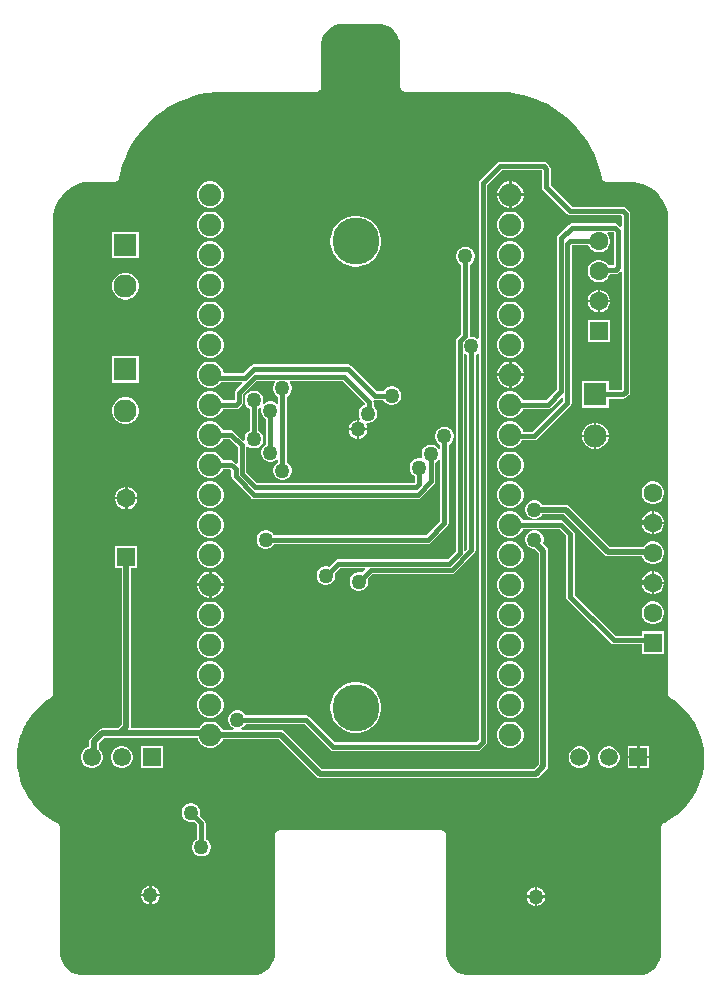
<source format=gbl>
G04*
G04 #@! TF.GenerationSoftware,Altium Limited,Altium Designer,22.0.2 (36)*
G04*
G04 Layer_Physical_Order=2*
G04 Layer_Color=16711680*
%FSLAX23Y23*%
%MOIN*%
G70*
G04*
G04 #@! TF.SameCoordinates,FFE58276-D16A-40DC-94CB-801E61EA4FAC*
G04*
G04*
G04 #@! TF.FilePolarity,Positive*
G04*
G01*
G75*
%ADD22R,0.061X0.061*%
%ADD38C,0.015*%
%ADD39C,0.020*%
%ADD40C,0.063*%
%ADD41R,0.063X0.063*%
%ADD42C,0.157*%
%ADD43C,0.075*%
%ADD44C,0.077*%
%ADD45R,0.077X0.077*%
%ADD46C,0.061*%
%ADD47C,0.059*%
%ADD48R,0.059X0.059*%
%ADD49C,0.050*%
G36*
X1582Y3575D02*
X1583Y3575D01*
X1584Y3575D01*
X1585Y3575D01*
X1586Y3575D01*
X1586Y3575D01*
X1586Y3575D01*
X1593Y3574D01*
X1606Y3572D01*
X1618Y3566D01*
X1629Y3559D01*
X1638Y3550D01*
X1646Y3540D01*
X1652Y3528D01*
X1656Y3516D01*
X1657Y3509D01*
X1657Y3508D01*
X1657Y3507D01*
X1657Y3506D01*
X1657Y3505D01*
X1657Y3504D01*
X1657Y3504D01*
X1657Y3504D01*
X1657Y3503D01*
X1657Y3502D01*
X1657Y3501D01*
X1657Y3500D01*
X1657Y3500D01*
Y3363D01*
X1659Y3358D01*
X1662Y3353D01*
X1667Y3349D01*
X1673Y3348D01*
X1979D01*
X1985Y3348D01*
X1988Y3348D01*
X1993Y3348D01*
X1999Y3348D01*
X2004Y3347D01*
X2007Y3347D01*
X2007Y3347D01*
X2007Y3347D01*
X2020Y3346D01*
X2046Y3342D01*
X2072Y3336D01*
X2097Y3328D01*
X2110Y3324D01*
X2123Y3318D01*
X2149Y3306D01*
X2173Y3291D01*
X2197Y3275D01*
X2219Y3257D01*
X2239Y3237D01*
X2258Y3215D01*
X2275Y3193D01*
X2283Y3181D01*
X2283Y3181D01*
X2283Y3181D01*
X2291Y3167D01*
X2306Y3138D01*
X2318Y3107D01*
X2328Y3076D01*
X2331Y3060D01*
X2331Y3059D01*
X2332Y3057D01*
X2332Y3056D01*
X2333Y3055D01*
X2334Y3054D01*
X2335Y3052D01*
X2336Y3052D01*
X2337Y3050D01*
X2339Y3050D01*
X2340Y3049D01*
X2341Y3049D01*
X2343Y3048D01*
X2344Y3048D01*
X2346Y3048D01*
X2423Y3048D01*
X2423Y3048D01*
X2423Y3048D01*
X2424Y3048D01*
X2426Y3048D01*
X2427Y3048D01*
X2429Y3048D01*
X2430Y3048D01*
X2437Y3047D01*
X2452Y3045D01*
X2466Y3041D01*
X2480Y3035D01*
X2493Y3028D01*
X2505Y3019D01*
X2516Y3009D01*
X2525Y2997D01*
X2534Y2985D01*
X2540Y2972D01*
X2546Y2958D01*
X2549Y2943D01*
X2550Y2936D01*
X2550Y2935D01*
X2550Y2932D01*
X2551Y2930D01*
X2551Y2928D01*
X2551Y2927D01*
X2551Y2926D01*
X2551Y2924D01*
X2551Y2923D01*
X2551Y2921D01*
X2551Y2920D01*
X2551Y1341D01*
X2551Y1339D01*
X2551Y1337D01*
X2552Y1336D01*
X2552Y1335D01*
X2553Y1333D01*
X2554Y1332D01*
X2555Y1331D01*
X2556Y1330D01*
X2557Y1329D01*
X2558Y1328D01*
X2569Y1321D01*
X2589Y1305D01*
X2608Y1287D01*
X2624Y1267D01*
X2631Y1257D01*
X2631Y1257D01*
X2631Y1257D01*
X2639Y1245D01*
X2651Y1221D01*
X2660Y1196D01*
X2667Y1170D01*
X2669Y1156D01*
X2669Y1154D01*
X2669Y1149D01*
X2670Y1145D01*
X2670Y1140D01*
X2670Y1138D01*
X2670Y1138D01*
X2670Y1138D01*
X2670Y1136D01*
X2671Y1133D01*
X2671Y1130D01*
X2671Y1127D01*
X2671Y1125D01*
X2671Y1125D01*
X2671Y1125D01*
X2671Y1124D01*
X2671Y1121D01*
X2671Y1119D01*
X2671Y1117D01*
X2670Y1115D01*
X2670Y1115D01*
X2670Y1115D01*
X2670Y1108D01*
X2669Y1093D01*
X2666Y1078D01*
X2663Y1063D01*
X2660Y1056D01*
X2658Y1047D01*
X2651Y1030D01*
X2643Y1014D01*
X2634Y998D01*
X2624Y983D01*
X2613Y969D01*
X2601Y956D01*
X2588Y944D01*
X2581Y938D01*
X2581Y938D01*
X2581Y938D01*
X2575Y934D01*
X2564Y926D01*
X2553Y919D01*
X2541Y912D01*
X2535Y909D01*
X2533Y908D01*
X2531Y907D01*
X2531Y906D01*
X2530Y906D01*
X2529Y904D01*
X2528Y902D01*
X2528Y901D01*
X2527Y901D01*
X2527Y898D01*
X2527Y896D01*
X2527Y478D01*
X2527Y478D01*
X2527Y478D01*
X2527Y477D01*
X2527Y476D01*
X2526Y476D01*
X2526Y475D01*
X2526Y474D01*
X2526Y468D01*
X2523Y455D01*
X2518Y443D01*
X2511Y432D01*
X2502Y422D01*
X2491Y414D01*
X2480Y408D01*
X2467Y404D01*
X2461Y403D01*
X2460Y403D01*
X2459Y403D01*
X2457Y403D01*
X2456Y403D01*
X2456Y403D01*
X2456Y403D01*
X2456Y403D01*
X2455Y403D01*
X2454Y403D01*
X2453Y403D01*
X2452Y403D01*
X2452Y403D01*
X2452Y403D01*
X2452Y403D01*
X1887D01*
X1887Y403D01*
X1887Y403D01*
X1886Y403D01*
X1885Y403D01*
X1884Y403D01*
X1883Y403D01*
X1883Y403D01*
X1876Y403D01*
X1863Y406D01*
X1851Y411D01*
X1840Y419D01*
X1831Y427D01*
X1823Y438D01*
X1817Y450D01*
X1813Y462D01*
X1812Y469D01*
X1812Y469D01*
X1812Y471D01*
X1812Y472D01*
X1812Y473D01*
X1812Y474D01*
X1812Y475D01*
X1812Y476D01*
X1812Y477D01*
X1812Y478D01*
X1812Y478D01*
X1812Y478D01*
Y870D01*
X1810Y876D01*
X1807Y881D01*
X1802Y885D01*
X1796Y886D01*
X1255D01*
X1249Y885D01*
X1244Y881D01*
X1241Y876D01*
X1240Y870D01*
X1240Y478D01*
X1240Y478D01*
X1240Y478D01*
X1240Y477D01*
X1240Y476D01*
X1240Y476D01*
X1240Y475D01*
X1240Y474D01*
X1239Y468D01*
X1236Y455D01*
X1231Y443D01*
X1224Y432D01*
X1215Y422D01*
X1205Y414D01*
X1193Y408D01*
X1181Y404D01*
X1174Y403D01*
X1173Y403D01*
X1172Y403D01*
X1171Y403D01*
X1169Y403D01*
X1169Y403D01*
X1169Y403D01*
X1169Y403D01*
X1168Y403D01*
X1167Y403D01*
X1166Y403D01*
X1165Y403D01*
X1165Y403D01*
X1165Y403D01*
X1165Y403D01*
X600D01*
X600Y403D01*
X600Y403D01*
X599Y403D01*
X598Y403D01*
X597Y403D01*
X596Y403D01*
X596Y403D01*
X589Y403D01*
X577Y406D01*
X565Y411D01*
X554Y419D01*
X544Y427D01*
X536Y438D01*
X530Y450D01*
X526Y462D01*
X525Y469D01*
X525Y469D01*
X525Y471D01*
X525Y472D01*
X525Y473D01*
X525Y474D01*
X525Y475D01*
X525Y476D01*
X525Y477D01*
X525Y478D01*
X525Y478D01*
X525Y478D01*
X525Y896D01*
X524Y898D01*
X524Y901D01*
X524Y901D01*
X524Y902D01*
X522Y904D01*
X521Y906D01*
X521Y906D01*
X520Y907D01*
X518Y908D01*
X516Y909D01*
X507Y914D01*
X489Y925D01*
X472Y937D01*
X456Y950D01*
X442Y965D01*
X429Y981D01*
X417Y998D01*
X407Y1016D01*
X398Y1035D01*
X391Y1055D01*
X386Y1075D01*
X382Y1096D01*
X381Y1106D01*
X381Y1108D01*
X381Y1113D01*
X381Y1118D01*
X381Y1123D01*
X381Y1125D01*
X381Y1125D01*
X381Y1125D01*
Y1126D01*
X381Y1127D01*
X381Y1128D01*
X381Y1129D01*
X381Y1130D01*
X381Y1130D01*
X381Y1130D01*
X381Y1132D01*
X381Y1135D01*
X381Y1139D01*
X381Y1143D01*
X381Y1144D01*
X381Y1144D01*
X381Y1144D01*
X382Y1152D01*
X384Y1168D01*
X388Y1184D01*
X392Y1199D01*
X395Y1207D01*
X397Y1212D01*
X401Y1221D01*
X405Y1230D01*
X410Y1239D01*
X412Y1243D01*
X419Y1256D01*
X437Y1280D01*
X458Y1301D01*
X481Y1320D01*
X493Y1328D01*
X494Y1329D01*
X496Y1330D01*
X497Y1331D01*
X497Y1332D01*
X498Y1333D01*
X499Y1335D01*
X499Y1336D01*
X500Y1337D01*
X500Y1339D01*
X500Y1341D01*
Y2920D01*
X500Y2920D01*
X500Y2920D01*
X500Y2921D01*
X500Y2922D01*
X500Y2924D01*
X500Y2926D01*
X500Y2927D01*
X501Y2934D01*
X503Y2949D01*
X508Y2963D01*
X513Y2977D01*
X521Y2990D01*
X530Y3002D01*
X540Y3013D01*
X551Y3022D01*
X563Y3031D01*
X577Y3037D01*
X591Y3043D01*
X605Y3046D01*
X613Y3047D01*
X614Y3047D01*
X616Y3047D01*
X618Y3048D01*
X620Y3048D01*
X621Y3048D01*
X621Y3048D01*
X621Y3048D01*
X622Y3048D01*
X624Y3048D01*
X626Y3048D01*
X627Y3048D01*
X628Y3048D01*
X706Y3048D01*
X707Y3048D01*
X709Y3048D01*
X710Y3049D01*
X711Y3049D01*
X713Y3050D01*
X714Y3050D01*
X715Y3052D01*
X716Y3052D01*
X717Y3054D01*
X718Y3055D01*
X719Y3056D01*
X720Y3057D01*
X720Y3059D01*
X721Y3060D01*
X723Y3071D01*
X728Y3091D01*
X735Y3111D01*
X743Y3131D01*
X747Y3141D01*
X752Y3151D01*
X762Y3170D01*
X774Y3189D01*
X787Y3207D01*
X801Y3224D01*
X816Y3240D01*
X832Y3256D01*
X848Y3270D01*
X857Y3276D01*
X857Y3276D01*
X857Y3276D01*
X866Y3283D01*
X885Y3296D01*
X905Y3307D01*
X925Y3317D01*
X946Y3325D01*
X967Y3333D01*
X989Y3339D01*
X1011Y3343D01*
X1022Y3345D01*
X1026Y3345D01*
X1033Y3346D01*
X1041Y3347D01*
X1048Y3347D01*
X1052Y3348D01*
X1052Y3348D01*
X1054Y3348D01*
X1059Y3348D01*
X1064Y3348D01*
X1070Y3348D01*
X1379D01*
X1385Y3349D01*
X1390Y3353D01*
X1393Y3358D01*
X1394Y3363D01*
Y3500D01*
X1394Y3500D01*
X1394Y3500D01*
X1394Y3500D01*
X1394Y3501D01*
X1394Y3502D01*
X1394Y3503D01*
X1394Y3504D01*
X1394Y3510D01*
X1397Y3523D01*
X1402Y3535D01*
X1410Y3546D01*
X1419Y3556D01*
X1429Y3564D01*
X1441Y3570D01*
X1453Y3574D01*
X1460Y3574D01*
X1460Y3574D01*
X1462Y3575D01*
X1463Y3575D01*
X1464Y3575D01*
X1465Y3575D01*
X1465D01*
X1466Y3575D01*
X1467Y3575D01*
X1467Y3575D01*
X1468Y3575D01*
X1469Y3575D01*
X1582Y3575D01*
X1582Y3575D01*
X1582Y3575D01*
D02*
G37*
%LPC*%
G36*
X2031Y3049D02*
X2029D01*
Y3009D01*
X2069D01*
Y3011D01*
X2066Y3022D01*
X2060Y3032D01*
X2052Y3040D01*
X2042Y3046D01*
X2031Y3049D01*
D02*
G37*
G36*
X2021D02*
X2019D01*
X2008Y3046D01*
X1998Y3040D01*
X1990Y3032D01*
X1984Y3022D01*
X1982Y3011D01*
Y3009D01*
X2021D01*
Y3049D01*
D02*
G37*
G36*
X2069Y3001D02*
X2029D01*
Y2961D01*
X2031D01*
X2042Y2964D01*
X2052Y2970D01*
X2060Y2978D01*
X2066Y2988D01*
X2069Y2999D01*
Y3001D01*
D02*
G37*
G36*
X2021D02*
X1982D01*
Y2999D01*
X1984Y2988D01*
X1990Y2978D01*
X1998Y2970D01*
X2008Y2964D01*
X2019Y2961D01*
X2021D01*
Y3001D01*
D02*
G37*
G36*
X1031Y3049D02*
X1019D01*
X1008Y3046D01*
X998Y3040D01*
X990Y3032D01*
X984Y3022D01*
X982Y3011D01*
Y2999D01*
X984Y2988D01*
X990Y2978D01*
X998Y2970D01*
X1008Y2964D01*
X1019Y2961D01*
X1031D01*
X1042Y2964D01*
X1052Y2970D01*
X1060Y2978D01*
X1066Y2988D01*
X1069Y2999D01*
Y3011D01*
X1066Y3022D01*
X1060Y3032D01*
X1052Y3040D01*
X1042Y3046D01*
X1031Y3049D01*
D02*
G37*
G36*
X1990Y3114D02*
X1985Y3113D01*
X1980Y3110D01*
X1980Y3110D01*
X1924Y3053D01*
X1921Y3049D01*
X1920Y3043D01*
Y2526D01*
X1915Y2524D01*
X1914Y2525D01*
X1907Y2529D01*
X1899Y2531D01*
X1893D01*
X1890Y2534D01*
X1889Y2536D01*
Y2772D01*
X1894Y2775D01*
X1900Y2781D01*
X1904Y2788D01*
X1906Y2796D01*
Y2804D01*
X1904Y2812D01*
X1900Y2819D01*
X1894Y2825D01*
X1887Y2829D01*
X1879Y2831D01*
X1871D01*
X1863Y2829D01*
X1856Y2825D01*
X1850Y2819D01*
X1846Y2812D01*
X1844Y2804D01*
Y2796D01*
X1846Y2788D01*
X1850Y2781D01*
X1856Y2775D01*
X1861Y2772D01*
Y2540D01*
X1847Y2526D01*
X1844Y2521D01*
X1843Y2516D01*
Y1816D01*
X1816Y1789D01*
X1450D01*
X1445Y1788D01*
X1440Y1785D01*
X1440Y1785D01*
X1420Y1764D01*
X1414Y1766D01*
X1406D01*
X1398Y1764D01*
X1391Y1760D01*
X1385Y1754D01*
X1381Y1747D01*
X1379Y1739D01*
Y1731D01*
X1381Y1723D01*
X1385Y1716D01*
X1391Y1710D01*
X1398Y1706D01*
X1406Y1704D01*
X1414D01*
X1422Y1706D01*
X1429Y1710D01*
X1435Y1716D01*
X1439Y1723D01*
X1441Y1731D01*
Y1739D01*
X1439Y1745D01*
X1456Y1761D01*
X1540D01*
X1542Y1757D01*
X1530Y1744D01*
X1524Y1746D01*
X1516D01*
X1508Y1744D01*
X1501Y1740D01*
X1495Y1734D01*
X1491Y1727D01*
X1489Y1719D01*
Y1711D01*
X1491Y1703D01*
X1495Y1696D01*
X1501Y1690D01*
X1508Y1686D01*
X1516Y1684D01*
X1524D01*
X1532Y1686D01*
X1539Y1690D01*
X1545Y1696D01*
X1549Y1703D01*
X1551Y1711D01*
Y1719D01*
X1549Y1725D01*
X1565Y1740D01*
X1830D01*
X1835Y1741D01*
X1840Y1744D01*
X1905Y1809D01*
X1908Y1814D01*
X1909Y1819D01*
Y2472D01*
X1914Y2475D01*
X1915Y2476D01*
X1920Y2474D01*
Y1188D01*
X1911Y1179D01*
X1441D01*
X1355Y1265D01*
X1350Y1268D01*
X1345Y1269D01*
X1143D01*
X1140Y1274D01*
X1134Y1280D01*
X1127Y1284D01*
X1119Y1286D01*
X1111D01*
X1103Y1284D01*
X1096Y1280D01*
X1090Y1274D01*
X1086Y1267D01*
X1084Y1259D01*
Y1251D01*
X1086Y1243D01*
X1090Y1236D01*
X1096Y1230D01*
X1103Y1226D01*
X1103Y1226D01*
X1100Y1221D01*
X1066D01*
X1066Y1222D01*
X1060Y1232D01*
X1052Y1240D01*
X1042Y1246D01*
X1031Y1248D01*
X1019D01*
X1008Y1246D01*
X998Y1240D01*
X990Y1232D01*
X987Y1226D01*
X764D01*
X761Y1230D01*
Y1759D01*
X782D01*
Y1834D01*
X708D01*
Y1759D01*
X729D01*
Y1237D01*
X718Y1226D01*
X665D01*
X659Y1225D01*
X653Y1222D01*
X626Y1195D01*
X623Y1189D01*
X622Y1183D01*
Y1166D01*
X616Y1164D01*
X608Y1159D01*
X601Y1152D01*
X596Y1144D01*
X593Y1135D01*
Y1125D01*
X596Y1116D01*
X601Y1108D01*
X608Y1101D01*
X616Y1096D01*
X625Y1093D01*
X635D01*
X644Y1096D01*
X652Y1101D01*
X659Y1108D01*
X664Y1116D01*
X667Y1125D01*
Y1135D01*
X664Y1144D01*
X659Y1152D01*
X654Y1157D01*
Y1176D01*
X672Y1194D01*
X983D01*
X984Y1188D01*
X990Y1178D01*
X998Y1170D01*
X1008Y1164D01*
X1019Y1161D01*
X1031D01*
X1042Y1164D01*
X1052Y1170D01*
X1060Y1178D01*
X1066Y1188D01*
X1066Y1189D01*
X1253D01*
X1378Y1063D01*
X1384Y1060D01*
X1390Y1059D01*
X2110D01*
X2116Y1060D01*
X2122Y1063D01*
X2147Y1088D01*
X2150Y1094D01*
X2151Y1100D01*
Y1818D01*
X2150Y1824D01*
X2147Y1829D01*
X2134Y1842D01*
X2134Y1843D01*
X2136Y1851D01*
Y1859D01*
X2134Y1867D01*
X2130Y1874D01*
X2124Y1880D01*
X2117Y1884D01*
X2109Y1886D01*
X2101D01*
X2093Y1884D01*
X2086Y1880D01*
X2080Y1874D01*
X2076Y1867D01*
X2074Y1859D01*
Y1851D01*
X2076Y1843D01*
X2080Y1836D01*
X2086Y1830D01*
X2093Y1826D01*
X2101Y1824D01*
X2106D01*
X2119Y1811D01*
Y1107D01*
X2103Y1091D01*
X1397D01*
X1272Y1217D01*
X1266Y1220D01*
X1260Y1221D01*
X1130D01*
X1127Y1226D01*
X1127Y1226D01*
X1134Y1230D01*
X1140Y1236D01*
X1143Y1241D01*
X1339D01*
X1425Y1155D01*
X1430Y1152D01*
X1435Y1151D01*
X1916D01*
X1921Y1152D01*
X1926Y1155D01*
X1943Y1173D01*
X1946Y1177D01*
X1947Y1182D01*
Y3038D01*
X1996Y3086D01*
X2131D01*
X2131Y3086D01*
Y3030D01*
X2132Y3025D01*
X2135Y3020D01*
X2215Y2940D01*
X2220Y2937D01*
X2225Y2936D01*
X2225Y2936D01*
X2394D01*
X2396Y2934D01*
Y2900D01*
X2391Y2898D01*
X2385Y2905D01*
X2380Y2908D01*
X2375Y2909D01*
X2230D01*
X2230Y2909D01*
X2225Y2908D01*
X2220Y2905D01*
X2220Y2905D01*
X2185Y2870D01*
X2182Y2865D01*
X2181Y2860D01*
Y2855D01*
X2180Y2850D01*
Y2355D01*
X2144Y2319D01*
X2066D01*
X2066Y2322D01*
X2060Y2332D01*
X2052Y2340D01*
X2042Y2346D01*
X2031Y2349D01*
X2019D01*
X2008Y2346D01*
X1998Y2340D01*
X1990Y2332D01*
X1984Y2322D01*
X1982Y2311D01*
Y2299D01*
X1984Y2288D01*
X1990Y2278D01*
X1998Y2270D01*
X2008Y2264D01*
X2019Y2261D01*
X2031D01*
X2042Y2264D01*
X2052Y2270D01*
X2060Y2278D01*
X2066Y2288D01*
X2066Y2291D01*
X2150D01*
X2155Y2292D01*
X2160Y2295D01*
X2197Y2332D01*
X2201Y2330D01*
Y2316D01*
X2099Y2214D01*
X2068D01*
X2066Y2222D01*
X2060Y2232D01*
X2052Y2240D01*
X2042Y2246D01*
X2031Y2249D01*
X2019D01*
X2008Y2246D01*
X1998Y2240D01*
X1990Y2232D01*
X1984Y2222D01*
X1982Y2211D01*
Y2199D01*
X1984Y2188D01*
X1990Y2178D01*
X1998Y2170D01*
X2008Y2164D01*
X2019Y2161D01*
X2031D01*
X2042Y2164D01*
X2052Y2170D01*
X2060Y2178D01*
X2064Y2186D01*
X2105D01*
X2110Y2187D01*
X2115Y2190D01*
X2225Y2300D01*
X2228Y2305D01*
X2229Y2310D01*
Y2836D01*
X2229Y2836D01*
X2285D01*
X2285Y2836D01*
X2290Y2827D01*
X2297Y2820D01*
X2306Y2815D01*
X2315Y2813D01*
X2325D01*
X2334Y2815D01*
X2343Y2820D01*
X2350Y2827D01*
X2355Y2836D01*
X2357Y2845D01*
Y2855D01*
X2355Y2864D01*
X2350Y2873D01*
X2347Y2876D01*
X2349Y2881D01*
X2369D01*
X2371Y2879D01*
Y2769D01*
X2371Y2769D01*
X2352D01*
X2350Y2773D01*
X2343Y2780D01*
X2334Y2785D01*
X2325Y2787D01*
X2315D01*
X2306Y2785D01*
X2297Y2780D01*
X2290Y2773D01*
X2285Y2764D01*
X2283Y2755D01*
Y2745D01*
X2285Y2736D01*
X2290Y2727D01*
X2297Y2720D01*
X2306Y2715D01*
X2315Y2713D01*
X2325D01*
X2334Y2715D01*
X2343Y2720D01*
X2350Y2727D01*
X2355Y2736D01*
X2356Y2741D01*
X2376D01*
X2381Y2742D01*
X2386Y2745D01*
X2391Y2751D01*
X2396Y2748D01*
Y2353D01*
X2396Y2353D01*
X2353D01*
Y2383D01*
X2264D01*
Y2295D01*
X2353D01*
Y2325D01*
X2401D01*
X2406Y2326D01*
X2411Y2329D01*
X2420Y2338D01*
X2423Y2342D01*
X2424Y2348D01*
Y2940D01*
X2423Y2945D01*
X2420Y2950D01*
X2420Y2950D01*
X2410Y2960D01*
X2405Y2963D01*
X2400Y2964D01*
X2231D01*
X2159Y3036D01*
Y3091D01*
X2158Y3096D01*
X2155Y3101D01*
X2146Y3110D01*
X2141Y3113D01*
X2136Y3114D01*
X1990D01*
X1990Y3114D01*
D02*
G37*
G36*
X2031Y2948D02*
X2019D01*
X2008Y2946D01*
X1998Y2940D01*
X1990Y2932D01*
X1984Y2922D01*
X1982Y2911D01*
Y2899D01*
X1984Y2888D01*
X1990Y2878D01*
X1998Y2870D01*
X2008Y2864D01*
X2019Y2862D01*
X2031D01*
X2042Y2864D01*
X2052Y2870D01*
X2060Y2878D01*
X2066Y2888D01*
X2069Y2899D01*
Y2911D01*
X2066Y2922D01*
X2060Y2932D01*
X2052Y2940D01*
X2042Y2946D01*
X2031Y2948D01*
D02*
G37*
G36*
X1031D02*
X1019D01*
X1008Y2946D01*
X998Y2940D01*
X990Y2932D01*
X984Y2922D01*
X982Y2911D01*
Y2899D01*
X984Y2888D01*
X990Y2878D01*
X998Y2870D01*
X1008Y2864D01*
X1019Y2862D01*
X1031D01*
X1042Y2864D01*
X1052Y2870D01*
X1060Y2878D01*
X1066Y2888D01*
X1069Y2899D01*
Y2911D01*
X1066Y2922D01*
X1060Y2932D01*
X1052Y2940D01*
X1042Y2946D01*
X1031Y2948D01*
D02*
G37*
G36*
X787Y2882D02*
X698D01*
Y2793D01*
X787D01*
Y2882D01*
D02*
G37*
G36*
X1518Y2935D02*
X1502D01*
X1485Y2931D01*
X1470Y2925D01*
X1456Y2916D01*
X1444Y2904D01*
X1435Y2890D01*
X1429Y2875D01*
X1425Y2858D01*
Y2842D01*
X1429Y2825D01*
X1435Y2810D01*
X1444Y2796D01*
X1456Y2784D01*
X1470Y2775D01*
X1485Y2769D01*
X1502Y2765D01*
X1518D01*
X1535Y2769D01*
X1550Y2775D01*
X1564Y2784D01*
X1576Y2796D01*
X1585Y2810D01*
X1591Y2825D01*
X1595Y2842D01*
Y2858D01*
X1591Y2875D01*
X1585Y2890D01*
X1576Y2904D01*
X1564Y2916D01*
X1550Y2925D01*
X1535Y2931D01*
X1518Y2935D01*
D02*
G37*
G36*
X2031Y2849D02*
X2019D01*
X2008Y2846D01*
X1998Y2840D01*
X1990Y2832D01*
X1984Y2822D01*
X1982Y2811D01*
Y2799D01*
X1984Y2788D01*
X1990Y2778D01*
X1998Y2770D01*
X2008Y2764D01*
X2019Y2761D01*
X2031D01*
X2042Y2764D01*
X2052Y2770D01*
X2060Y2778D01*
X2066Y2788D01*
X2069Y2799D01*
Y2811D01*
X2066Y2822D01*
X2060Y2832D01*
X2052Y2840D01*
X2042Y2846D01*
X2031Y2849D01*
D02*
G37*
G36*
X1031D02*
X1019D01*
X1008Y2846D01*
X998Y2840D01*
X990Y2832D01*
X984Y2822D01*
X982Y2811D01*
Y2799D01*
X984Y2788D01*
X990Y2778D01*
X998Y2770D01*
X1008Y2764D01*
X1019Y2761D01*
X1031D01*
X1042Y2764D01*
X1052Y2770D01*
X1060Y2778D01*
X1066Y2788D01*
X1069Y2799D01*
Y2811D01*
X1066Y2822D01*
X1060Y2832D01*
X1052Y2840D01*
X1042Y2846D01*
X1031Y2849D01*
D02*
G37*
G36*
X2031Y2749D02*
X2019D01*
X2008Y2746D01*
X1998Y2740D01*
X1990Y2732D01*
X1984Y2722D01*
X1982Y2711D01*
Y2699D01*
X1984Y2688D01*
X1990Y2678D01*
X1998Y2670D01*
X2008Y2664D01*
X2019Y2661D01*
X2031D01*
X2042Y2664D01*
X2052Y2670D01*
X2060Y2678D01*
X2066Y2688D01*
X2069Y2699D01*
Y2711D01*
X2066Y2722D01*
X2060Y2732D01*
X2052Y2740D01*
X2042Y2746D01*
X2031Y2749D01*
D02*
G37*
G36*
X1031D02*
X1019D01*
X1008Y2746D01*
X998Y2740D01*
X990Y2732D01*
X984Y2722D01*
X982Y2711D01*
Y2699D01*
X984Y2688D01*
X990Y2678D01*
X998Y2670D01*
X1008Y2664D01*
X1019Y2661D01*
X1031D01*
X1042Y2664D01*
X1052Y2670D01*
X1060Y2678D01*
X1066Y2688D01*
X1069Y2699D01*
Y2711D01*
X1066Y2722D01*
X1060Y2732D01*
X1052Y2740D01*
X1042Y2746D01*
X1031Y2749D01*
D02*
G37*
G36*
X748Y2744D02*
X737D01*
X725Y2741D01*
X715Y2735D01*
X707Y2727D01*
X701Y2717D01*
X698Y2706D01*
Y2694D01*
X701Y2683D01*
X707Y2673D01*
X715Y2664D01*
X725Y2659D01*
X737Y2655D01*
X748D01*
X760Y2659D01*
X770Y2664D01*
X778Y2673D01*
X784Y2683D01*
X787Y2694D01*
Y2706D01*
X784Y2717D01*
X778Y2727D01*
X770Y2735D01*
X760Y2741D01*
X748Y2744D01*
D02*
G37*
G36*
X2325Y2687D02*
X2324D01*
Y2654D01*
X2357D01*
Y2655D01*
X2355Y2664D01*
X2350Y2673D01*
X2343Y2680D01*
X2334Y2685D01*
X2325Y2687D01*
D02*
G37*
G36*
X2316D02*
X2315D01*
X2306Y2685D01*
X2297Y2680D01*
X2290Y2673D01*
X2285Y2664D01*
X2283Y2655D01*
Y2654D01*
X2316D01*
Y2687D01*
D02*
G37*
G36*
X2357Y2646D02*
X2324D01*
Y2613D01*
X2325D01*
X2334Y2615D01*
X2343Y2620D01*
X2350Y2627D01*
X2355Y2636D01*
X2357Y2645D01*
Y2646D01*
D02*
G37*
G36*
X2316D02*
X2283D01*
Y2645D01*
X2285Y2636D01*
X2290Y2627D01*
X2297Y2620D01*
X2306Y2615D01*
X2315Y2613D01*
X2316D01*
Y2646D01*
D02*
G37*
G36*
X2031Y2648D02*
X2019D01*
X2008Y2646D01*
X1998Y2640D01*
X1990Y2632D01*
X1984Y2622D01*
X1982Y2611D01*
Y2599D01*
X1984Y2588D01*
X1990Y2578D01*
X1998Y2570D01*
X2008Y2564D01*
X2019Y2562D01*
X2031D01*
X2042Y2564D01*
X2052Y2570D01*
X2060Y2578D01*
X2066Y2588D01*
X2069Y2599D01*
Y2611D01*
X2066Y2622D01*
X2060Y2632D01*
X2052Y2640D01*
X2042Y2646D01*
X2031Y2648D01*
D02*
G37*
G36*
X1031D02*
X1019D01*
X1008Y2646D01*
X998Y2640D01*
X990Y2632D01*
X984Y2622D01*
X982Y2611D01*
Y2599D01*
X984Y2588D01*
X990Y2578D01*
X998Y2570D01*
X1008Y2564D01*
X1019Y2562D01*
X1031D01*
X1042Y2564D01*
X1052Y2570D01*
X1060Y2578D01*
X1066Y2588D01*
X1069Y2599D01*
Y2611D01*
X1066Y2622D01*
X1060Y2632D01*
X1052Y2640D01*
X1042Y2646D01*
X1031Y2648D01*
D02*
G37*
G36*
X2357Y2587D02*
X2283D01*
Y2513D01*
X2357D01*
Y2587D01*
D02*
G37*
G36*
X2031Y2549D02*
X2019D01*
X2008Y2546D01*
X1998Y2540D01*
X1990Y2532D01*
X1984Y2522D01*
X1982Y2511D01*
Y2499D01*
X1984Y2488D01*
X1990Y2478D01*
X1998Y2470D01*
X2008Y2464D01*
X2019Y2461D01*
X2031D01*
X2042Y2464D01*
X2052Y2470D01*
X2060Y2478D01*
X2066Y2488D01*
X2069Y2499D01*
Y2511D01*
X2066Y2522D01*
X2060Y2532D01*
X2052Y2540D01*
X2042Y2546D01*
X2031Y2549D01*
D02*
G37*
G36*
X1031D02*
X1019D01*
X1008Y2546D01*
X998Y2540D01*
X990Y2532D01*
X984Y2522D01*
X982Y2511D01*
Y2499D01*
X984Y2488D01*
X990Y2478D01*
X998Y2470D01*
X1008Y2464D01*
X1019Y2461D01*
X1031D01*
X1042Y2464D01*
X1052Y2470D01*
X1060Y2478D01*
X1066Y2488D01*
X1069Y2499D01*
Y2511D01*
X1066Y2522D01*
X1060Y2532D01*
X1052Y2540D01*
X1042Y2546D01*
X1031Y2549D01*
D02*
G37*
G36*
X2031Y2448D02*
X2029D01*
Y2409D01*
X2069D01*
Y2411D01*
X2066Y2422D01*
X2060Y2432D01*
X2052Y2440D01*
X2042Y2446D01*
X2031Y2448D01*
D02*
G37*
G36*
X2021D02*
X2019D01*
X2008Y2446D01*
X1998Y2440D01*
X1990Y2432D01*
X1984Y2422D01*
X1982Y2411D01*
Y2409D01*
X2021D01*
Y2448D01*
D02*
G37*
G36*
X787Y2467D02*
X698D01*
Y2378D01*
X787D01*
Y2467D01*
D02*
G37*
G36*
X2069Y2401D02*
X2029D01*
Y2362D01*
X2031D01*
X2042Y2364D01*
X2052Y2370D01*
X2060Y2378D01*
X2066Y2388D01*
X2069Y2399D01*
Y2401D01*
D02*
G37*
G36*
X2021D02*
X1982D01*
Y2399D01*
X1984Y2388D01*
X1990Y2378D01*
X1998Y2370D01*
X2008Y2364D01*
X2019Y2362D01*
X2021D01*
Y2401D01*
D02*
G37*
G36*
X1031Y2448D02*
X1019D01*
X1008Y2446D01*
X998Y2440D01*
X990Y2432D01*
X984Y2422D01*
X982Y2411D01*
Y2399D01*
X984Y2388D01*
X990Y2378D01*
X998Y2370D01*
X1008Y2364D01*
X1019Y2362D01*
X1031D01*
X1042Y2364D01*
X1052Y2370D01*
X1060Y2378D01*
X1062Y2381D01*
X1130D01*
X1132Y2377D01*
X1110Y2355D01*
X1107Y2350D01*
X1106Y2345D01*
Y2319D01*
X1106Y2319D01*
X1066D01*
X1066Y2322D01*
X1060Y2332D01*
X1052Y2340D01*
X1042Y2346D01*
X1031Y2349D01*
X1019D01*
X1008Y2346D01*
X998Y2340D01*
X990Y2332D01*
X984Y2322D01*
X982Y2311D01*
Y2299D01*
X984Y2288D01*
X990Y2278D01*
X998Y2270D01*
X1008Y2264D01*
X1019Y2261D01*
X1031D01*
X1042Y2264D01*
X1052Y2270D01*
X1060Y2278D01*
X1066Y2288D01*
X1066Y2291D01*
X1111D01*
X1116Y2292D01*
X1121Y2295D01*
X1130Y2304D01*
X1133Y2309D01*
X1134Y2314D01*
Y2339D01*
X1179Y2385D01*
X1239D01*
X1241Y2380D01*
X1240Y2379D01*
X1236Y2372D01*
X1234Y2364D01*
Y2356D01*
X1236Y2348D01*
X1240Y2341D01*
X1246Y2335D01*
X1251Y2332D01*
Y2310D01*
X1246Y2308D01*
X1244Y2310D01*
X1237Y2314D01*
X1229Y2316D01*
X1221D01*
X1213Y2314D01*
X1206Y2310D01*
X1204Y2308D01*
X1200Y2310D01*
X1201Y2316D01*
Y2324D01*
X1199Y2332D01*
X1195Y2339D01*
X1189Y2345D01*
X1182Y2349D01*
X1174Y2351D01*
X1166D01*
X1158Y2349D01*
X1151Y2345D01*
X1145Y2339D01*
X1141Y2332D01*
X1139Y2324D01*
Y2316D01*
X1141Y2308D01*
X1145Y2301D01*
X1151Y2295D01*
X1156Y2292D01*
Y2218D01*
X1151Y2215D01*
X1145Y2209D01*
X1141Y2202D01*
X1139Y2194D01*
Y2188D01*
X1135Y2185D01*
X1134Y2185D01*
X1105Y2215D01*
X1100Y2218D01*
X1095Y2219D01*
X1066D01*
X1066Y2222D01*
X1060Y2232D01*
X1052Y2240D01*
X1042Y2246D01*
X1031Y2249D01*
X1019D01*
X1008Y2246D01*
X998Y2240D01*
X990Y2232D01*
X984Y2222D01*
X982Y2211D01*
Y2199D01*
X984Y2188D01*
X990Y2178D01*
X998Y2170D01*
X1008Y2164D01*
X1019Y2161D01*
X1031D01*
X1042Y2164D01*
X1052Y2170D01*
X1060Y2178D01*
X1066Y2188D01*
X1066Y2191D01*
X1089D01*
X1116Y2164D01*
Y2110D01*
X1112Y2108D01*
X1105Y2115D01*
X1100Y2118D01*
X1095Y2119D01*
X1066D01*
X1066Y2122D01*
X1060Y2132D01*
X1052Y2140D01*
X1042Y2146D01*
X1031Y2148D01*
X1019D01*
X1008Y2146D01*
X998Y2140D01*
X990Y2132D01*
X984Y2122D01*
X982Y2111D01*
Y2099D01*
X984Y2088D01*
X990Y2078D01*
X998Y2070D01*
X1008Y2064D01*
X1019Y2062D01*
X1031D01*
X1042Y2064D01*
X1052Y2070D01*
X1060Y2078D01*
X1066Y2088D01*
X1066Y2091D01*
X1089D01*
X1095Y2085D01*
Y2066D01*
X1096Y2061D01*
X1099Y2057D01*
X1161Y1995D01*
X1161Y1995D01*
X1165Y1992D01*
X1170Y1991D01*
X1170Y1991D01*
X1716D01*
X1721Y1992D01*
X1726Y1995D01*
X1770Y2039D01*
X1773Y2044D01*
X1774Y2049D01*
Y2112D01*
X1779Y2115D01*
X1785Y2121D01*
X1786Y2123D01*
X1791Y2122D01*
Y1916D01*
X1744Y1869D01*
X1238D01*
X1235Y1874D01*
X1229Y1880D01*
X1222Y1884D01*
X1214Y1886D01*
X1206D01*
X1198Y1884D01*
X1191Y1880D01*
X1185Y1874D01*
X1181Y1867D01*
X1179Y1859D01*
Y1851D01*
X1181Y1843D01*
X1185Y1836D01*
X1191Y1830D01*
X1198Y1826D01*
X1206Y1824D01*
X1214D01*
X1222Y1826D01*
X1229Y1830D01*
X1235Y1836D01*
X1238Y1841D01*
X1750D01*
X1755Y1842D01*
X1760Y1845D01*
X1815Y1900D01*
X1815Y1900D01*
X1818Y1905D01*
X1819Y1910D01*
Y2172D01*
X1824Y2175D01*
X1830Y2181D01*
X1834Y2188D01*
X1836Y2196D01*
Y2204D01*
X1834Y2212D01*
X1830Y2219D01*
X1824Y2225D01*
X1817Y2229D01*
X1809Y2231D01*
X1801D01*
X1793Y2229D01*
X1786Y2225D01*
X1780Y2219D01*
X1776Y2212D01*
X1774Y2204D01*
Y2196D01*
X1776Y2188D01*
X1780Y2181D01*
X1786Y2175D01*
X1791Y2172D01*
Y2158D01*
X1786Y2157D01*
X1785Y2159D01*
X1779Y2165D01*
X1772Y2169D01*
X1764Y2171D01*
X1756D01*
X1748Y2169D01*
X1741Y2165D01*
X1735Y2159D01*
X1731Y2152D01*
X1729Y2144D01*
Y2136D01*
X1731Y2129D01*
X1728Y2126D01*
X1727Y2125D01*
X1724Y2126D01*
X1716D01*
X1708Y2124D01*
X1701Y2120D01*
X1695Y2114D01*
X1691Y2107D01*
X1689Y2099D01*
Y2091D01*
X1691Y2083D01*
X1695Y2076D01*
X1701Y2070D01*
X1706Y2067D01*
Y2044D01*
X1706Y2044D01*
X1181D01*
X1144Y2081D01*
Y2165D01*
X1149Y2167D01*
X1151Y2165D01*
X1158Y2161D01*
X1166Y2159D01*
X1174D01*
X1182Y2161D01*
X1189Y2165D01*
X1195Y2171D01*
X1199Y2178D01*
X1201Y2186D01*
Y2194D01*
X1199Y2202D01*
X1195Y2209D01*
X1189Y2215D01*
X1184Y2218D01*
Y2292D01*
X1189Y2295D01*
X1191Y2297D01*
X1195Y2295D01*
X1194Y2289D01*
Y2281D01*
X1196Y2273D01*
X1200Y2266D01*
X1206Y2260D01*
X1211Y2257D01*
Y2173D01*
X1206Y2170D01*
X1200Y2164D01*
X1196Y2157D01*
X1194Y2149D01*
Y2141D01*
X1196Y2133D01*
X1200Y2126D01*
X1206Y2120D01*
X1213Y2116D01*
X1221Y2114D01*
X1229D01*
X1237Y2116D01*
X1244Y2120D01*
X1246Y2122D01*
X1251Y2120D01*
Y2113D01*
X1246Y2110D01*
X1240Y2104D01*
X1236Y2097D01*
X1234Y2089D01*
Y2081D01*
X1236Y2073D01*
X1240Y2066D01*
X1246Y2060D01*
X1253Y2056D01*
X1261Y2054D01*
X1269D01*
X1277Y2056D01*
X1284Y2060D01*
X1290Y2066D01*
X1294Y2073D01*
X1296Y2081D01*
Y2089D01*
X1294Y2097D01*
X1290Y2104D01*
X1284Y2110D01*
X1279Y2113D01*
Y2332D01*
X1284Y2335D01*
X1290Y2341D01*
X1294Y2348D01*
X1296Y2356D01*
Y2364D01*
X1294Y2372D01*
X1290Y2379D01*
X1289Y2380D01*
X1291Y2385D01*
X1466D01*
X1541Y2309D01*
X1541Y2305D01*
X1538Y2304D01*
X1531Y2300D01*
X1525Y2294D01*
X1521Y2287D01*
X1519Y2279D01*
Y2271D01*
X1521Y2263D01*
X1524Y2258D01*
X1522Y2255D01*
X1521Y2254D01*
Y2227D01*
X1548D01*
Y2227D01*
X1546Y2235D01*
X1543Y2240D01*
X1545Y2242D01*
X1547Y2244D01*
X1554D01*
X1562Y2246D01*
X1569Y2250D01*
X1575Y2256D01*
X1579Y2263D01*
X1581Y2271D01*
Y2279D01*
X1579Y2287D01*
X1575Y2294D01*
X1569Y2300D01*
X1569Y2300D01*
Y2315D01*
X1568Y2318D01*
X1572Y2322D01*
X1575Y2321D01*
X1602D01*
X1605Y2316D01*
X1611Y2310D01*
X1618Y2306D01*
X1626Y2304D01*
X1634D01*
X1642Y2306D01*
X1649Y2310D01*
X1655Y2316D01*
X1659Y2323D01*
X1661Y2331D01*
Y2339D01*
X1659Y2347D01*
X1655Y2354D01*
X1649Y2360D01*
X1642Y2364D01*
X1634Y2366D01*
X1626D01*
X1618Y2364D01*
X1611Y2360D01*
X1605Y2354D01*
X1602Y2349D01*
X1581D01*
X1495Y2435D01*
X1490Y2438D01*
X1485Y2439D01*
X1170D01*
X1165Y2438D01*
X1160Y2435D01*
X1134Y2409D01*
X1069D01*
Y2411D01*
X1066Y2422D01*
X1060Y2432D01*
X1052Y2440D01*
X1042Y2446D01*
X1031Y2448D01*
D02*
G37*
G36*
X748Y2329D02*
X737D01*
X725Y2326D01*
X715Y2321D01*
X707Y2312D01*
X701Y2302D01*
X698Y2291D01*
Y2279D01*
X701Y2268D01*
X707Y2258D01*
X715Y2249D01*
X725Y2244D01*
X737Y2241D01*
X748D01*
X760Y2244D01*
X770Y2249D01*
X778Y2258D01*
X784Y2268D01*
X787Y2279D01*
Y2291D01*
X784Y2302D01*
X778Y2312D01*
X770Y2321D01*
X760Y2326D01*
X748Y2329D01*
D02*
G37*
G36*
X1513Y2254D02*
X1513D01*
X1505Y2252D01*
X1498Y2248D01*
X1492Y2242D01*
X1488Y2235D01*
X1486Y2227D01*
Y2227D01*
X1513D01*
Y2254D01*
D02*
G37*
G36*
X2314Y2245D02*
X2312D01*
Y2205D01*
X2353D01*
Y2207D01*
X2350Y2218D01*
X2344Y2228D01*
X2335Y2237D01*
X2325Y2242D01*
X2314Y2245D01*
D02*
G37*
G36*
X2304D02*
X2302D01*
X2291Y2242D01*
X2281Y2237D01*
X2273Y2228D01*
X2267Y2218D01*
X2264Y2207D01*
Y2205D01*
X2304D01*
Y2245D01*
D02*
G37*
G36*
X1548Y2219D02*
X1521D01*
Y2192D01*
X1521D01*
X1529Y2194D01*
X1536Y2198D01*
X1542Y2204D01*
X1546Y2211D01*
X1548Y2219D01*
Y2219D01*
D02*
G37*
G36*
X1513D02*
X1486D01*
Y2219D01*
X1488Y2211D01*
X1492Y2204D01*
X1498Y2198D01*
X1505Y2194D01*
X1513Y2192D01*
X1513D01*
Y2219D01*
D02*
G37*
G36*
X2353Y2197D02*
X2312D01*
Y2157D01*
X2314D01*
X2325Y2160D01*
X2335Y2166D01*
X2344Y2174D01*
X2350Y2184D01*
X2353Y2195D01*
Y2197D01*
D02*
G37*
G36*
X2304D02*
X2264D01*
Y2195D01*
X2267Y2184D01*
X2273Y2174D01*
X2281Y2166D01*
X2291Y2160D01*
X2302Y2157D01*
X2304D01*
Y2197D01*
D02*
G37*
G36*
X2031Y2148D02*
X2019D01*
X2008Y2146D01*
X1998Y2140D01*
X1990Y2132D01*
X1984Y2122D01*
X1982Y2111D01*
Y2099D01*
X1984Y2088D01*
X1990Y2078D01*
X1998Y2070D01*
X2008Y2064D01*
X2019Y2062D01*
X2031D01*
X2042Y2064D01*
X2052Y2070D01*
X2060Y2078D01*
X2066Y2088D01*
X2069Y2099D01*
Y2111D01*
X2066Y2122D01*
X2060Y2132D01*
X2052Y2140D01*
X2042Y2146D01*
X2031Y2148D01*
D02*
G37*
G36*
X750Y2031D02*
X749D01*
Y1997D01*
X782D01*
Y1998D01*
X780Y2008D01*
X775Y2016D01*
X768Y2023D01*
X759Y2028D01*
X750Y2031D01*
D02*
G37*
G36*
X741D02*
X740D01*
X731Y2028D01*
X722Y2023D01*
X715Y2016D01*
X710Y2008D01*
X708Y1998D01*
Y1997D01*
X741D01*
Y2031D01*
D02*
G37*
G36*
X2505Y2049D02*
X2495D01*
X2486Y2046D01*
X2477Y2041D01*
X2470Y2034D01*
X2465Y2025D01*
X2463Y2016D01*
Y2006D01*
X2465Y1997D01*
X2470Y1988D01*
X2477Y1981D01*
X2486Y1976D01*
X2495Y1974D01*
X2505D01*
X2514Y1976D01*
X2523Y1981D01*
X2530Y1988D01*
X2535Y1997D01*
X2537Y2006D01*
Y2016D01*
X2535Y2025D01*
X2530Y2034D01*
X2523Y2041D01*
X2514Y2046D01*
X2505Y2049D01*
D02*
G37*
G36*
X2031Y2049D02*
X2019D01*
X2008Y2046D01*
X1998Y2040D01*
X1990Y2032D01*
X1984Y2022D01*
X1982Y2011D01*
Y1999D01*
X1984Y1988D01*
X1990Y1978D01*
X1998Y1970D01*
X2008Y1964D01*
X2019Y1962D01*
X2031D01*
X2042Y1964D01*
X2052Y1970D01*
X2060Y1978D01*
X2066Y1988D01*
X2069Y1999D01*
Y2011D01*
X2066Y2022D01*
X2060Y2032D01*
X2052Y2040D01*
X2042Y2046D01*
X2031Y2049D01*
D02*
G37*
G36*
X1031D02*
X1019D01*
X1008Y2046D01*
X998Y2040D01*
X990Y2032D01*
X984Y2022D01*
X982Y2011D01*
Y1999D01*
X984Y1988D01*
X990Y1978D01*
X998Y1970D01*
X1008Y1964D01*
X1019Y1962D01*
X1031D01*
X1042Y1964D01*
X1052Y1970D01*
X1060Y1978D01*
X1066Y1988D01*
X1069Y1999D01*
Y2011D01*
X1066Y2022D01*
X1060Y2032D01*
X1052Y2040D01*
X1042Y2046D01*
X1031Y2049D01*
D02*
G37*
G36*
X782Y1989D02*
X749D01*
Y1956D01*
X750D01*
X759Y1958D01*
X768Y1963D01*
X775Y1970D01*
X780Y1979D01*
X782Y1988D01*
Y1989D01*
D02*
G37*
G36*
X741D02*
X708D01*
Y1988D01*
X710Y1979D01*
X715Y1970D01*
X722Y1963D01*
X731Y1958D01*
X740Y1956D01*
X741D01*
Y1989D01*
D02*
G37*
G36*
X2505Y1949D02*
X2504D01*
Y1915D01*
X2537D01*
Y1916D01*
X2535Y1925D01*
X2530Y1934D01*
X2523Y1941D01*
X2514Y1946D01*
X2505Y1949D01*
D02*
G37*
G36*
X2496D02*
X2495D01*
X2486Y1946D01*
X2477Y1941D01*
X2470Y1934D01*
X2465Y1925D01*
X2463Y1916D01*
Y1915D01*
X2496D01*
Y1949D01*
D02*
G37*
G36*
X2537Y1907D02*
X2504D01*
Y1874D01*
X2505D01*
X2514Y1876D01*
X2523Y1881D01*
X2530Y1888D01*
X2535Y1897D01*
X2537Y1906D01*
Y1907D01*
D02*
G37*
G36*
X2496D02*
X2463D01*
Y1906D01*
X2465Y1897D01*
X2470Y1888D01*
X2477Y1881D01*
X2486Y1876D01*
X2495Y1874D01*
X2496D01*
Y1907D01*
D02*
G37*
G36*
X1031Y1949D02*
X1019D01*
X1008Y1946D01*
X998Y1940D01*
X990Y1932D01*
X984Y1922D01*
X982Y1911D01*
Y1899D01*
X984Y1888D01*
X990Y1878D01*
X998Y1870D01*
X1008Y1864D01*
X1019Y1862D01*
X1031D01*
X1042Y1864D01*
X1052Y1870D01*
X1060Y1878D01*
X1066Y1888D01*
X1069Y1899D01*
Y1911D01*
X1066Y1922D01*
X1060Y1932D01*
X1052Y1940D01*
X1042Y1946D01*
X1031Y1949D01*
D02*
G37*
G36*
X2109Y1986D02*
X2101D01*
X2093Y1984D01*
X2086Y1980D01*
X2080Y1974D01*
X2076Y1967D01*
X2074Y1959D01*
Y1951D01*
X2076Y1943D01*
X2080Y1936D01*
X2086Y1930D01*
X2093Y1926D01*
X2101Y1924D01*
X2109D01*
X2117Y1926D01*
X2124Y1930D01*
X2130Y1936D01*
X2131Y1939D01*
X2203D01*
X2338Y1803D01*
X2344Y1800D01*
X2350Y1799D01*
X2464D01*
X2465Y1797D01*
X2470Y1788D01*
X2477Y1781D01*
X2486Y1776D01*
X2495Y1774D01*
X2505D01*
X2514Y1776D01*
X2523Y1781D01*
X2530Y1788D01*
X2535Y1797D01*
X2537Y1806D01*
Y1816D01*
X2535Y1825D01*
X2530Y1834D01*
X2523Y1841D01*
X2514Y1846D01*
X2505Y1849D01*
X2495D01*
X2486Y1846D01*
X2477Y1841D01*
X2470Y1834D01*
X2468Y1831D01*
X2357D01*
X2222Y1967D01*
X2216Y1970D01*
X2210Y1971D01*
X2131D01*
X2130Y1974D01*
X2124Y1980D01*
X2117Y1984D01*
X2109Y1986D01*
D02*
G37*
G36*
X2031Y1849D02*
X2019D01*
X2008Y1846D01*
X1998Y1840D01*
X1990Y1832D01*
X1984Y1822D01*
X1982Y1811D01*
Y1799D01*
X1984Y1788D01*
X1990Y1778D01*
X1998Y1770D01*
X2008Y1764D01*
X2019Y1762D01*
X2031D01*
X2042Y1764D01*
X2052Y1770D01*
X2060Y1778D01*
X2066Y1788D01*
X2069Y1799D01*
Y1811D01*
X2066Y1822D01*
X2060Y1832D01*
X2052Y1840D01*
X2042Y1846D01*
X2031Y1849D01*
D02*
G37*
G36*
X1031D02*
X1019D01*
X1008Y1846D01*
X998Y1840D01*
X990Y1832D01*
X984Y1822D01*
X982Y1811D01*
Y1799D01*
X984Y1788D01*
X990Y1778D01*
X998Y1770D01*
X1008Y1764D01*
X1019Y1762D01*
X1031D01*
X1042Y1764D01*
X1052Y1770D01*
X1060Y1778D01*
X1066Y1788D01*
X1069Y1799D01*
Y1811D01*
X1066Y1822D01*
X1060Y1832D01*
X1052Y1840D01*
X1042Y1846D01*
X1031Y1849D01*
D02*
G37*
G36*
X2505Y1749D02*
X2504D01*
Y1715D01*
X2537D01*
Y1716D01*
X2535Y1725D01*
X2530Y1734D01*
X2523Y1741D01*
X2514Y1746D01*
X2505Y1749D01*
D02*
G37*
G36*
X2496D02*
X2495D01*
X2486Y1746D01*
X2477Y1741D01*
X2470Y1734D01*
X2465Y1725D01*
X2463Y1716D01*
Y1715D01*
X2496D01*
Y1749D01*
D02*
G37*
G36*
X1031Y1748D02*
X1029D01*
Y1709D01*
X1069D01*
Y1711D01*
X1066Y1722D01*
X1060Y1732D01*
X1052Y1740D01*
X1042Y1746D01*
X1031Y1748D01*
D02*
G37*
G36*
X1021D02*
X1019D01*
X1008Y1746D01*
X998Y1740D01*
X990Y1732D01*
X984Y1722D01*
X982Y1711D01*
Y1709D01*
X1021D01*
Y1748D01*
D02*
G37*
G36*
X2537Y1707D02*
X2504D01*
Y1674D01*
X2505D01*
X2514Y1676D01*
X2523Y1681D01*
X2530Y1688D01*
X2535Y1697D01*
X2537Y1706D01*
Y1707D01*
D02*
G37*
G36*
X2496D02*
X2463D01*
Y1706D01*
X2465Y1697D01*
X2470Y1688D01*
X2477Y1681D01*
X2486Y1676D01*
X2495Y1674D01*
X2496D01*
Y1707D01*
D02*
G37*
G36*
X2031Y1748D02*
X2019D01*
X2008Y1746D01*
X1998Y1740D01*
X1990Y1732D01*
X1984Y1722D01*
X1982Y1711D01*
Y1699D01*
X1984Y1688D01*
X1990Y1678D01*
X1998Y1670D01*
X2008Y1664D01*
X2019Y1661D01*
X2031D01*
X2042Y1664D01*
X2052Y1670D01*
X2060Y1678D01*
X2066Y1688D01*
X2069Y1699D01*
Y1711D01*
X2066Y1722D01*
X2060Y1732D01*
X2052Y1740D01*
X2042Y1746D01*
X2031Y1748D01*
D02*
G37*
G36*
X1069Y1701D02*
X1029D01*
Y1661D01*
X1031D01*
X1042Y1664D01*
X1052Y1670D01*
X1060Y1678D01*
X1066Y1688D01*
X1069Y1699D01*
Y1701D01*
D02*
G37*
G36*
X1021D02*
X982D01*
Y1699D01*
X984Y1688D01*
X990Y1678D01*
X998Y1670D01*
X1008Y1664D01*
X1019Y1661D01*
X1021D01*
Y1701D01*
D02*
G37*
G36*
X2505Y1649D02*
X2495D01*
X2486Y1646D01*
X2477Y1641D01*
X2470Y1634D01*
X2465Y1625D01*
X2463Y1616D01*
Y1606D01*
X2465Y1597D01*
X2470Y1588D01*
X2477Y1581D01*
X2486Y1576D01*
X2495Y1574D01*
X2505D01*
X2514Y1576D01*
X2523Y1581D01*
X2530Y1588D01*
X2535Y1597D01*
X2537Y1606D01*
Y1616D01*
X2535Y1625D01*
X2530Y1634D01*
X2523Y1641D01*
X2514Y1646D01*
X2505Y1649D01*
D02*
G37*
G36*
X2031Y1648D02*
X2019D01*
X2008Y1646D01*
X1998Y1640D01*
X1990Y1632D01*
X1984Y1622D01*
X1982Y1611D01*
Y1599D01*
X1984Y1588D01*
X1990Y1578D01*
X1998Y1570D01*
X2008Y1564D01*
X2019Y1561D01*
X2031D01*
X2042Y1564D01*
X2052Y1570D01*
X2060Y1578D01*
X2066Y1588D01*
X2069Y1599D01*
Y1611D01*
X2066Y1622D01*
X2060Y1632D01*
X2052Y1640D01*
X2042Y1646D01*
X2031Y1648D01*
D02*
G37*
G36*
X1031D02*
X1019D01*
X1008Y1646D01*
X998Y1640D01*
X990Y1632D01*
X984Y1622D01*
X982Y1611D01*
Y1599D01*
X984Y1588D01*
X990Y1578D01*
X998Y1570D01*
X1008Y1564D01*
X1019Y1561D01*
X1031D01*
X1042Y1564D01*
X1052Y1570D01*
X1060Y1578D01*
X1066Y1588D01*
X1069Y1599D01*
Y1611D01*
X1066Y1622D01*
X1060Y1632D01*
X1052Y1640D01*
X1042Y1646D01*
X1031Y1648D01*
D02*
G37*
G36*
X2031Y1949D02*
X2019D01*
X2008Y1946D01*
X1998Y1940D01*
X1990Y1932D01*
X1984Y1922D01*
X1982Y1911D01*
Y1899D01*
X1984Y1888D01*
X1990Y1878D01*
X1998Y1870D01*
X2008Y1864D01*
X2019Y1862D01*
X2031D01*
X2042Y1864D01*
X2052Y1870D01*
X2060Y1878D01*
X2066Y1888D01*
X2066Y1891D01*
X2189D01*
X2211Y1869D01*
Y1665D01*
X2212Y1660D01*
X2215Y1655D01*
X2360Y1510D01*
X2360Y1510D01*
X2365Y1507D01*
X2370Y1506D01*
X2370Y1506D01*
X2463D01*
Y1474D01*
X2537D01*
Y1549D01*
X2463D01*
Y1534D01*
X2376D01*
X2239Y1671D01*
Y1875D01*
X2238Y1880D01*
X2235Y1885D01*
X2205Y1915D01*
X2200Y1918D01*
X2195Y1919D01*
X2066D01*
X2066Y1922D01*
X2060Y1932D01*
X2052Y1940D01*
X2042Y1946D01*
X2031Y1949D01*
D02*
G37*
G36*
Y1548D02*
X2019D01*
X2008Y1546D01*
X1998Y1540D01*
X1990Y1532D01*
X1984Y1522D01*
X1982Y1511D01*
Y1499D01*
X1984Y1488D01*
X1990Y1478D01*
X1998Y1470D01*
X2008Y1464D01*
X2019Y1462D01*
X2031D01*
X2042Y1464D01*
X2052Y1470D01*
X2060Y1478D01*
X2066Y1488D01*
X2069Y1499D01*
Y1511D01*
X2066Y1522D01*
X2060Y1532D01*
X2052Y1540D01*
X2042Y1546D01*
X2031Y1548D01*
D02*
G37*
G36*
X1031D02*
X1019D01*
X1008Y1546D01*
X998Y1540D01*
X990Y1532D01*
X984Y1522D01*
X982Y1511D01*
Y1499D01*
X984Y1488D01*
X990Y1478D01*
X998Y1470D01*
X1008Y1464D01*
X1019Y1462D01*
X1031D01*
X1042Y1464D01*
X1052Y1470D01*
X1060Y1478D01*
X1066Y1488D01*
X1069Y1499D01*
Y1511D01*
X1066Y1522D01*
X1060Y1532D01*
X1052Y1540D01*
X1042Y1546D01*
X1031Y1548D01*
D02*
G37*
G36*
X2031Y1449D02*
X2019D01*
X2008Y1446D01*
X1998Y1440D01*
X1990Y1432D01*
X1984Y1422D01*
X1982Y1411D01*
Y1399D01*
X1984Y1388D01*
X1990Y1378D01*
X1998Y1370D01*
X2008Y1364D01*
X2019Y1362D01*
X2031D01*
X2042Y1364D01*
X2052Y1370D01*
X2060Y1378D01*
X2066Y1388D01*
X2069Y1399D01*
Y1411D01*
X2066Y1422D01*
X2060Y1432D01*
X2052Y1440D01*
X2042Y1446D01*
X2031Y1449D01*
D02*
G37*
G36*
X1031D02*
X1019D01*
X1008Y1446D01*
X998Y1440D01*
X990Y1432D01*
X984Y1422D01*
X982Y1411D01*
Y1399D01*
X984Y1388D01*
X990Y1378D01*
X998Y1370D01*
X1008Y1364D01*
X1019Y1362D01*
X1031D01*
X1042Y1364D01*
X1052Y1370D01*
X1060Y1378D01*
X1066Y1388D01*
X1069Y1399D01*
Y1411D01*
X1066Y1422D01*
X1060Y1432D01*
X1052Y1440D01*
X1042Y1446D01*
X1031Y1449D01*
D02*
G37*
G36*
X2031Y1349D02*
X2019D01*
X2008Y1346D01*
X1998Y1340D01*
X1990Y1332D01*
X1984Y1322D01*
X1982Y1311D01*
Y1299D01*
X1984Y1288D01*
X1990Y1278D01*
X1998Y1270D01*
X2008Y1264D01*
X2019Y1262D01*
X2031D01*
X2042Y1264D01*
X2052Y1270D01*
X2060Y1278D01*
X2066Y1288D01*
X2069Y1299D01*
Y1311D01*
X2066Y1322D01*
X2060Y1332D01*
X2052Y1340D01*
X2042Y1346D01*
X2031Y1349D01*
D02*
G37*
G36*
X1031D02*
X1019D01*
X1008Y1346D01*
X998Y1340D01*
X990Y1332D01*
X984Y1322D01*
X982Y1311D01*
Y1299D01*
X984Y1288D01*
X990Y1278D01*
X998Y1270D01*
X1008Y1264D01*
X1019Y1262D01*
X1031D01*
X1042Y1264D01*
X1052Y1270D01*
X1060Y1278D01*
X1066Y1288D01*
X1069Y1299D01*
Y1311D01*
X1066Y1322D01*
X1060Y1332D01*
X1052Y1340D01*
X1042Y1346D01*
X1031Y1349D01*
D02*
G37*
G36*
X1518Y1380D02*
X1502D01*
X1485Y1376D01*
X1470Y1370D01*
X1456Y1361D01*
X1444Y1349D01*
X1435Y1335D01*
X1429Y1320D01*
X1425Y1303D01*
Y1287D01*
X1429Y1270D01*
X1435Y1255D01*
X1444Y1241D01*
X1456Y1229D01*
X1470Y1220D01*
X1485Y1214D01*
X1502Y1210D01*
X1518D01*
X1535Y1214D01*
X1550Y1220D01*
X1564Y1229D01*
X1576Y1241D01*
X1585Y1255D01*
X1591Y1270D01*
X1595Y1287D01*
Y1303D01*
X1591Y1320D01*
X1585Y1335D01*
X1576Y1349D01*
X1564Y1361D01*
X1550Y1370D01*
X1535Y1376D01*
X1518Y1380D01*
D02*
G37*
G36*
X2031Y1248D02*
X2019D01*
X2008Y1246D01*
X1998Y1240D01*
X1990Y1232D01*
X1984Y1222D01*
X1982Y1211D01*
Y1199D01*
X1984Y1188D01*
X1990Y1178D01*
X1998Y1170D01*
X2008Y1164D01*
X2019Y1161D01*
X2031D01*
X2042Y1164D01*
X2052Y1170D01*
X2060Y1178D01*
X2066Y1188D01*
X2069Y1199D01*
Y1211D01*
X2066Y1222D01*
X2060Y1232D01*
X2052Y1240D01*
X2042Y1246D01*
X2031Y1248D01*
D02*
G37*
G36*
X2487Y1166D02*
X2456D01*
Y1134D01*
X2487D01*
Y1166D01*
D02*
G37*
G36*
X2448D02*
X2416D01*
Y1134D01*
X2448D01*
Y1166D01*
D02*
G37*
G36*
X2487Y1126D02*
X2456D01*
Y1094D01*
X2487D01*
Y1126D01*
D02*
G37*
G36*
X2448D02*
X2416D01*
Y1094D01*
X2448D01*
Y1126D01*
D02*
G37*
G36*
X2358Y1166D02*
X2349D01*
X2340Y1163D01*
X2332Y1158D01*
X2325Y1152D01*
X2320Y1144D01*
X2318Y1135D01*
Y1125D01*
X2320Y1116D01*
X2325Y1108D01*
X2332Y1102D01*
X2340Y1097D01*
X2349Y1094D01*
X2358D01*
X2367Y1097D01*
X2375Y1102D01*
X2382Y1108D01*
X2387Y1116D01*
X2389Y1125D01*
Y1135D01*
X2387Y1144D01*
X2382Y1152D01*
X2375Y1158D01*
X2367Y1163D01*
X2358Y1166D01*
D02*
G37*
G36*
X2260D02*
X2250D01*
X2241Y1163D01*
X2233Y1158D01*
X2227Y1152D01*
X2222Y1144D01*
X2219Y1135D01*
Y1125D01*
X2222Y1116D01*
X2227Y1108D01*
X2233Y1102D01*
X2241Y1097D01*
X2250Y1094D01*
X2260D01*
X2269Y1097D01*
X2277Y1102D01*
X2283Y1108D01*
X2288Y1116D01*
X2291Y1125D01*
Y1135D01*
X2288Y1144D01*
X2283Y1152D01*
X2277Y1158D01*
X2269Y1163D01*
X2260Y1166D01*
D02*
G37*
G36*
X867Y1167D02*
X793D01*
Y1093D01*
X867D01*
Y1167D01*
D02*
G37*
G36*
X735D02*
X725D01*
X716Y1164D01*
X708Y1159D01*
X701Y1152D01*
X696Y1144D01*
X693Y1135D01*
Y1125D01*
X696Y1116D01*
X701Y1108D01*
X708Y1101D01*
X716Y1096D01*
X725Y1093D01*
X735D01*
X744Y1096D01*
X752Y1101D01*
X759Y1108D01*
X764Y1116D01*
X767Y1125D01*
Y1135D01*
X764Y1144D01*
X759Y1152D01*
X752Y1159D01*
X744Y1164D01*
X735Y1167D01*
D02*
G37*
G36*
X964Y976D02*
X956D01*
X948Y974D01*
X941Y970D01*
X935Y964D01*
X931Y957D01*
X929Y949D01*
Y941D01*
X931Y933D01*
X935Y926D01*
X941Y920D01*
X948Y916D01*
X956Y914D01*
X964D01*
X970Y916D01*
X981Y904D01*
Y858D01*
X976Y855D01*
X970Y849D01*
X966Y842D01*
X964Y834D01*
Y826D01*
X966Y818D01*
X970Y811D01*
X976Y805D01*
X983Y801D01*
X991Y799D01*
X999D01*
X1007Y801D01*
X1014Y805D01*
X1020Y811D01*
X1024Y818D01*
X1026Y826D01*
Y834D01*
X1024Y842D01*
X1020Y849D01*
X1014Y855D01*
X1009Y858D01*
Y910D01*
X1009Y910D01*
X1008Y915D01*
X1005Y920D01*
X989Y935D01*
X991Y941D01*
Y949D01*
X989Y957D01*
X985Y964D01*
X979Y970D01*
X972Y974D01*
X964Y976D01*
D02*
G37*
G36*
X829Y701D02*
X829D01*
Y674D01*
X856D01*
Y674D01*
X854Y682D01*
X850Y689D01*
X844Y695D01*
X837Y699D01*
X829Y701D01*
D02*
G37*
G36*
X821D02*
X821D01*
X813Y699D01*
X806Y695D01*
X800Y689D01*
X796Y682D01*
X794Y674D01*
Y674D01*
X821D01*
Y701D01*
D02*
G37*
G36*
X2114Y696D02*
X2114D01*
Y669D01*
X2141D01*
Y669D01*
X2139Y677D01*
X2135Y684D01*
X2129Y690D01*
X2122Y694D01*
X2114Y696D01*
D02*
G37*
G36*
X2106D02*
X2106D01*
X2098Y694D01*
X2091Y690D01*
X2085Y684D01*
X2081Y677D01*
X2079Y669D01*
Y669D01*
X2106D01*
Y696D01*
D02*
G37*
G36*
X856Y666D02*
X829D01*
Y639D01*
X829D01*
X837Y641D01*
X844Y645D01*
X850Y651D01*
X854Y658D01*
X856Y666D01*
Y666D01*
D02*
G37*
G36*
X821D02*
X794D01*
Y666D01*
X796Y658D01*
X800Y651D01*
X806Y645D01*
X813Y641D01*
X821Y639D01*
X821D01*
Y666D01*
D02*
G37*
G36*
X2141Y661D02*
X2114D01*
Y634D01*
X2114D01*
X2122Y636D01*
X2129Y640D01*
X2135Y646D01*
X2139Y653D01*
X2141Y661D01*
Y661D01*
D02*
G37*
G36*
X2106D02*
X2079D01*
Y661D01*
X2081Y653D01*
X2085Y646D01*
X2091Y640D01*
X2098Y636D01*
X2106Y634D01*
X2106D01*
Y661D01*
D02*
G37*
%LPD*%
G36*
X1876Y2475D02*
X1881Y2472D01*
Y1825D01*
X1875Y1818D01*
X1870Y1820D01*
Y2474D01*
X1875Y2476D01*
X1876Y2475D01*
D02*
G37*
D22*
X830Y1130D02*
D03*
D38*
X2370Y1520D02*
X2491D01*
X2500Y1511D01*
X2365Y1715D02*
X2485D01*
X2362Y1713D02*
X2365Y1715D01*
X2416Y1915D02*
X2485D01*
X2382Y1949D02*
X2416Y1915D01*
X1895Y1819D02*
Y2500D01*
X1830Y1754D02*
X1895Y1819D01*
X1559Y1754D02*
X1830D01*
X1520Y1715D02*
X1559Y1754D01*
X1916Y1165D02*
X1934Y1182D01*
X1857Y1810D02*
Y2516D01*
X1821Y1775D02*
X1857Y1810D01*
X1934Y3043D02*
X1990Y3100D01*
X1875Y2534D02*
Y2800D01*
X1934Y1182D02*
Y3043D01*
X1857Y2516D02*
X1875Y2534D01*
X1450Y1775D02*
X1821D01*
X1410Y1735D02*
X1450Y1775D01*
X1750Y1855D02*
X1805Y1910D01*
Y2200D01*
X1210Y1855D02*
X1750D01*
X1115Y1255D02*
X1345D01*
X1435Y1165D02*
X1916D01*
X1345Y1255D02*
X1435Y1165D01*
X2145Y3030D02*
Y3091D01*
X2136Y3100D02*
X2145Y3091D01*
X1990Y3100D02*
X2136D01*
X2145Y3030D02*
X2225Y2950D01*
X2400D02*
X2410Y2940D01*
X2225Y2950D02*
X2400D01*
X2410Y2348D02*
Y2940D01*
X2308Y2339D02*
X2401D01*
X2410Y2348D01*
X2385Y2764D02*
Y2885D01*
X2230Y2895D02*
X2375D01*
X2320Y2750D02*
X2325Y2745D01*
X2375Y2895D02*
X2385Y2885D01*
X2325Y2745D02*
X2335Y2755D01*
X2376D01*
X2385Y2764D01*
X2025Y2305D02*
X2150D01*
X2195Y2851D02*
Y2860D01*
X2194Y2850D02*
X2195Y2851D01*
X2194Y2349D02*
Y2850D01*
X2150Y2305D02*
X2194Y2349D01*
X2215Y2310D02*
Y2841D01*
X2224Y2850D01*
X2320D01*
X2105Y2200D02*
X2215Y2310D01*
X2195Y2860D02*
X2230Y2895D01*
X2025Y2205D02*
X2030Y2200D01*
X2105D01*
X1575Y2335D02*
X1630D01*
X1170Y2425D02*
X1485D01*
X1575Y2335D01*
X1140Y2395D02*
X1170Y2425D01*
X1173Y2398D02*
X1472D01*
X1555Y2315D01*
X1120Y2345D02*
X1173Y2398D01*
X1120Y2314D02*
Y2345D01*
X1035Y2395D02*
X1140D01*
X1025Y2405D02*
X1035Y2395D01*
X1555Y2280D02*
Y2315D01*
X1550Y2275D02*
X1555Y2280D01*
X1111Y2305D02*
X1120Y2314D01*
X1025Y2305D02*
X1111D01*
X1760Y2049D02*
Y2140D01*
X1716Y2005D02*
X1760Y2049D01*
X1170Y2005D02*
X1716D01*
X1175Y2030D02*
X1711D01*
X1720Y2039D01*
Y2095D01*
X1109Y2066D02*
Y2091D01*
Y2066D02*
X1170Y2005D01*
X1095Y2105D02*
X1100Y2100D01*
X1109Y2091D01*
X1130Y2075D02*
X1175Y2030D01*
X1130Y2075D02*
Y2170D01*
X1095Y2205D02*
X1130Y2170D01*
X1025Y2105D02*
X1095D01*
X1025Y2205D02*
X1095D01*
X1265Y2085D02*
Y2360D01*
X1225Y2145D02*
Y2285D01*
X1170Y2190D02*
Y2320D01*
X960Y945D02*
X995Y910D01*
Y830D02*
Y910D01*
X2025Y1905D02*
X2195D01*
X2225Y1665D02*
Y1875D01*
X2195Y1905D02*
X2225Y1875D01*
Y1665D02*
X2370Y1520D01*
D39*
X2350Y1815D02*
X2485D01*
X725Y1210D02*
X1020D01*
X665D02*
X725D01*
X745Y1230D02*
Y1797D01*
X725Y1210D02*
X745Y1230D01*
X1020Y1210D02*
X1025Y1205D01*
X638Y1138D02*
Y1183D01*
X665Y1210D01*
X630Y1130D02*
X638Y1138D01*
X2105Y1955D02*
X2210D01*
X2350Y1815D01*
X2105Y1848D02*
X2135Y1818D01*
Y1100D02*
Y1818D01*
X2105Y1848D02*
Y1855D01*
X2110Y1075D02*
X2135Y1100D01*
X1390Y1075D02*
X2110D01*
X1260Y1205D02*
X1390Y1075D01*
X1025Y1205D02*
X1260D01*
D40*
X2500Y1811D02*
D03*
Y1611D02*
D03*
Y1711D02*
D03*
Y1911D02*
D03*
Y2011D02*
D03*
X2320Y2850D02*
D03*
Y2750D02*
D03*
Y2650D02*
D03*
X745Y1993D02*
D03*
D41*
X2500Y1511D02*
D03*
X2320Y2550D02*
D03*
X745Y1797D02*
D03*
D42*
X1510Y2850D02*
D03*
Y1295D02*
D03*
D43*
X1025Y2705D02*
D03*
Y2805D02*
D03*
Y2905D02*
D03*
Y3005D02*
D03*
Y2605D02*
D03*
Y2505D02*
D03*
Y2405D02*
D03*
Y2305D02*
D03*
Y2205D02*
D03*
Y2105D02*
D03*
Y1705D02*
D03*
Y1805D02*
D03*
Y1905D02*
D03*
Y2005D02*
D03*
Y1605D02*
D03*
Y1505D02*
D03*
Y1405D02*
D03*
Y1305D02*
D03*
Y1205D02*
D03*
X2025Y2705D02*
D03*
Y2805D02*
D03*
Y2905D02*
D03*
Y3005D02*
D03*
Y2605D02*
D03*
Y2505D02*
D03*
Y2405D02*
D03*
Y2305D02*
D03*
Y2205D02*
D03*
Y2105D02*
D03*
Y1705D02*
D03*
Y1805D02*
D03*
Y1905D02*
D03*
Y2005D02*
D03*
Y1605D02*
D03*
Y1505D02*
D03*
Y1405D02*
D03*
Y1305D02*
D03*
Y1205D02*
D03*
D44*
X2308Y2201D02*
D03*
X742Y2285D02*
D03*
Y2700D02*
D03*
D45*
X2308Y2339D02*
D03*
X742Y2423D02*
D03*
Y2838D02*
D03*
D46*
X630Y1130D02*
D03*
X730D02*
D03*
D47*
X2255D02*
D03*
X2353D02*
D03*
D48*
X2452D02*
D03*
D49*
X1895Y2500D02*
D03*
X1520Y1715D02*
D03*
X1875Y2800D02*
D03*
X1410Y1735D02*
D03*
X1517Y2223D02*
D03*
X1805Y2200D02*
D03*
X1210Y1855D02*
D03*
X1115Y1255D02*
D03*
X1630Y2335D02*
D03*
X1550Y2275D02*
D03*
X1760Y2140D02*
D03*
X1720Y2095D02*
D03*
X1265Y2085D02*
D03*
X1225Y2145D02*
D03*
Y2285D02*
D03*
X1170Y2190D02*
D03*
Y2320D02*
D03*
X1265Y2360D02*
D03*
X995Y830D02*
D03*
X960Y945D02*
D03*
X2110Y665D02*
D03*
X825Y670D02*
D03*
X2105Y1955D02*
D03*
Y1855D02*
D03*
M02*

</source>
